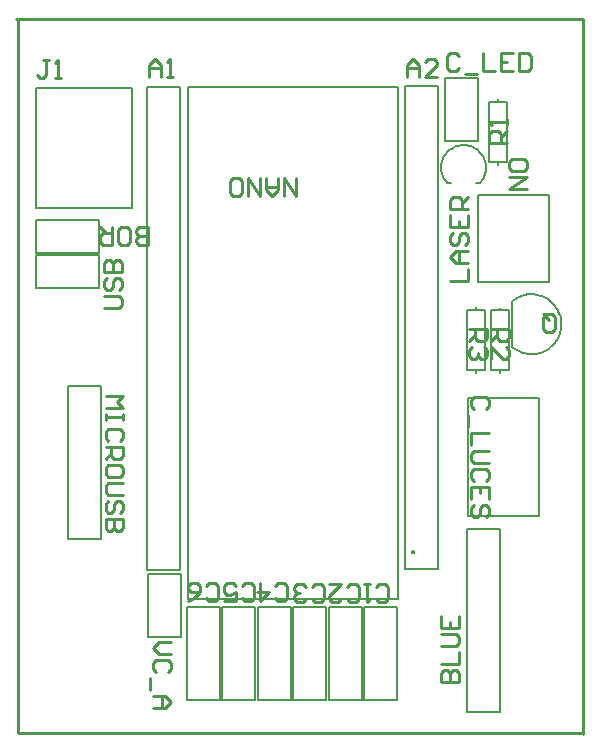
<source format=gto>
%FSTAX23Y23*%
%MOIN*%
%SFA1B1*%

%IPPOS*%
%ADD10C,0.007874*%
%ADD11C,0.005000*%
%ADD12C,0.010000*%
%LNbg_pcb-1*%
%LPD*%
G54D10*
X05714Y01873D02*
D01*
X05714Y01873*
X05714Y01873*
X05714Y01874*
X05714Y01874*
X05714Y01874*
X05714Y01874*
X05714Y01875*
X05713Y01875*
X05713Y01875*
X05713Y01875*
X05713Y01875*
X05713Y01876*
X05712Y01876*
X05712Y01876*
X05712Y01876*
X05712Y01876*
X05712Y01876*
X05711Y01876*
X05711Y01877*
X05711Y01877*
X0571Y01877*
X0571Y01877*
X0571*
X0571Y01877*
X05709Y01877*
X05709Y01877*
X05709Y01876*
X05709Y01876*
X05708Y01876*
X05708Y01876*
X05708Y01876*
X05708Y01876*
X05707Y01876*
X05707Y01875*
X05707Y01875*
X05707Y01875*
X05707Y01875*
X05707Y01875*
X05706Y01874*
X05706Y01874*
X05706Y01874*
X05706Y01874*
X05706Y01873*
X05706Y01873*
X05706Y01873*
X05706Y01872*
X05706Y01872*
X05706Y01872*
X05706Y01872*
X05706Y01871*
X05706Y01871*
X05707Y01871*
X05707Y01871*
X05707Y0187*
X05707Y0187*
X05707Y0187*
X05707Y0187*
X05708Y0187*
X05708Y01869*
X05708Y01869*
X05708Y01869*
X05709Y01869*
X05709Y01869*
X05709Y01869*
X05709Y01869*
X0571Y01869*
X0571Y01869*
X0571*
X0571Y01869*
X05711Y01869*
X05711Y01869*
X05711Y01869*
X05712Y01869*
X05712Y01869*
X05712Y01869*
X05712Y01869*
X05712Y0187*
X05713Y0187*
X05713Y0187*
X05713Y0187*
X05713Y0187*
X05713Y01871*
X05714Y01871*
X05714Y01871*
X05714Y01871*
X05714Y01872*
X05714Y01872*
X05714Y01872*
X05714Y01872*
X05714Y01873*
X05934Y03104D02*
D01*
X05937Y03108*
X0594Y03112*
X05943Y03117*
X05946Y03121*
X05948Y03126*
X0595Y03131*
X05951Y03136*
X05952Y03141*
X05953Y03146*
X05953Y03152*
X05953Y03157*
X05953Y03162*
X05952Y03167*
X05951Y03172*
X0595Y03177*
X05948Y03182*
X05946Y03187*
X05944Y03192*
X05941Y03196*
X05938Y032*
X05934Y03204*
X05931Y03208*
X05927Y03212*
X05923Y03215*
X05919Y03218*
X05914Y03221*
X05909Y03223*
X05904Y03225*
X059Y03226*
X05894Y03228*
X05889Y03229*
X05884Y03229*
X05879Y03229*
X05874Y03229*
X05868Y03229*
X05863Y03228*
X05858Y03227*
X05853Y03225*
X05848Y03223*
X05844Y03221*
X05839Y03218*
X05835Y03215*
X05831Y03212*
X05827Y03209*
X05823Y03205*
X0582Y03201*
X05817Y03197*
X05814Y03192*
X05811Y03188*
X05809Y03183*
X05807Y03178*
X05806Y03173*
X05805Y03168*
X05804Y03163*
X05804Y03157*
X05804Y03152*
X05804Y03147*
X05805Y03142*
X05806Y03137*
X05807Y03132*
X05809Y03127*
X05811Y03122*
X05813Y03117*
X05816Y03113*
X05819Y03109*
X05823Y03105*
X05823Y03104*
X06039Y02557D02*
D01*
X06044Y02553*
X0605Y02549*
X06056Y02545*
X06062Y02542*
X06069Y02539*
X06075Y02537*
X06082Y02535*
X06089Y02534*
X06096Y02533*
X06103Y02533*
X0611Y02533*
X06117Y02533*
X06124Y02534*
X06131Y02536*
X06137Y02538*
X06144Y02541*
X0615Y02543*
X06156Y02547*
X06162Y02551*
X06168Y02555*
X06173Y02559*
X06178Y02564*
X06182Y0257*
X06187Y02575*
X0619Y02581*
X06194Y02587*
X06197Y02594*
X06199Y026*
X06201Y02607*
X06203Y02614*
X06204Y0262*
X06204Y02627*
X06204Y02634*
X06204Y02641*
X06203Y02648*
X06202Y02655*
X062Y02662*
X06198Y02668*
X06195Y02675*
X06192Y02681*
X06188Y02687*
X06184Y02693*
X0618Y02698*
X06175Y02703*
X0617Y02708*
X06165Y02712*
X06159Y02716*
X06153Y0272*
X06147Y02723*
X0614Y02726*
X06134Y02728*
X06127Y0273*
X0612Y02731*
X06113Y02732*
X06106Y02732*
X06099Y02732*
X06092Y02732*
X06085Y02731*
X06078Y02729*
X06072Y02727*
X06065Y02724*
X06059Y02722*
X06053Y02718*
X06047Y02714*
X06041Y0271*
X06039Y02708*
X05928Y02772D02*
Y03063D01*
X06164*
Y02772D02*
Y03063D01*
X05928Y02772D02*
X06164D01*
X05894Y01993D02*
X0613D01*
Y02386*
X05894D02*
X0613D01*
X05894Y01993D02*
Y02386D01*
X05817Y03244D02*
X05927D01*
Y03454*
X05817D02*
X05927D01*
X05817Y03244D02*
Y03454D01*
X04453Y0302D02*
Y03419D01*
X04772Y03019D02*
Y03419D01*
X04453Y03019D02*
X04772D01*
X04453Y03419D02*
X04772D01*
X05823Y03104D02*
X05838D01*
X05919D02*
X05934D01*
X04826Y018D02*
X04936D01*
X04826Y0159D02*
Y018D01*
Y0159D02*
X04936D01*
Y018*
X05995Y03173D02*
X06025D01*
Y03373*
X05965D02*
X06025D01*
X05965Y03173D02*
Y03373D01*
Y03173D02*
X05995D01*
Y03373D02*
Y03382D01*
Y03164D02*
Y03173D01*
X04664Y0287D02*
Y0298D01*
X04454D02*
X04664D01*
X04454Y0287D02*
Y0298D01*
Y0287D02*
X04664D01*
X05685Y01815D02*
X05795D01*
Y03425*
X05685D02*
X05795D01*
X05685Y01815D02*
Y03425D01*
X04454Y02752D02*
Y02862D01*
Y02752D02*
X04664D01*
Y02862*
X04454D02*
X04664D01*
X04825Y01813D02*
X04935D01*
Y03423*
X04825D02*
X04935D01*
X04825Y01813D02*
Y03423D01*
X04559Y01918D02*
Y02428D01*
X04669*
Y01918D02*
Y02428D01*
X04559Y01918D02*
X04669D01*
X05999Y02479D02*
X06029D01*
Y02679*
X05969D02*
X06029D01*
X05969Y02479D02*
Y02679D01*
Y02479D02*
X05999D01*
Y02679D02*
Y02688D01*
Y0247D02*
Y02479D01*
X05185Y01379D02*
Y01689D01*
X05075Y01379D02*
X05185D01*
X05075D02*
Y01689D01*
X05185*
X05421Y01379D02*
Y01689D01*
X05311Y01379D02*
X05421D01*
X05311D02*
Y01689D01*
X05421*
X05657Y01379D02*
Y01689D01*
X05547Y01379D02*
X05657D01*
X05547D02*
Y01689D01*
X05657*
X06039Y02557D02*
Y02708D01*
X05921Y0248D02*
X05951D01*
Y0268*
X05891D02*
X05951D01*
X05891Y0248D02*
Y0268D01*
Y0248D02*
X05921D01*
Y0268D02*
Y02689D01*
Y02471D02*
Y0248D01*
X05067Y01379D02*
Y01689D01*
X04957Y01379D02*
X05067D01*
X04957D02*
Y01689D01*
X05067*
X05303Y01379D02*
Y01689D01*
X05193Y01379D02*
X05303D01*
X05193D02*
Y01689D01*
X05303*
X05539Y01379D02*
Y01689D01*
X05429Y01379D02*
X05539D01*
X05429D02*
Y01689D01*
X05539*
X0589Y0195D02*
X06D01*
X0589Y0134D02*
Y0195D01*
Y0134D02*
X06D01*
Y0195*
G54D11*
X05659Y01717D02*
Y03424D01*
X04959D02*
X05659D01*
X04959Y01717D02*
Y03424D01*
Y01717D02*
X05659D01*
G54D12*
X05321Y03121D02*
Y03061D01*
X05281Y03121*
Y03061*
X05261Y03121D02*
Y03081D01*
X05241Y03061*
X05221Y03081*
Y03121*
Y03091*
X05261*
X05201Y03121D02*
Y03061D01*
X05161Y03121*
Y03061*
X05111D02*
X05131D01*
X05141Y03071*
Y03111*
X05131Y03121*
X05111*
X05101Y03111*
Y03071*
X05111Y03061*
X05834Y02778D02*
X05894D01*
Y02818*
Y02838D02*
X05854D01*
X05834Y02858*
X05854Y02878*
X05894*
X05864*
Y02838*
X05844Y02938D02*
X05834Y02928D01*
Y02908*
X05844Y02898*
X05854*
X05864Y02908*
Y02928*
X05874Y02938*
X05884*
X05894Y02928*
Y02908*
X05884Y02898*
X05834Y02998D02*
Y02958D01*
X05894*
Y02998*
X05864Y02958D02*
Y02978D01*
X05894Y03018D02*
X05834D01*
Y03048*
X05844Y03058*
X05864*
X05874Y03048*
Y03018*
Y03038D02*
X05894Y03058D01*
X05954Y02349D02*
X05964Y02359D01*
Y02379*
X05954Y02389*
X05914*
X05905Y02379*
Y02359*
X05914Y02349*
X05895Y02329D02*
Y02289D01*
X05964Y02269D02*
X05905D01*
Y02229*
X05964Y02209D02*
X05914D01*
X05905Y02199*
Y02179*
X05914Y02169*
X05964*
X05954Y02109D02*
X05964Y02119D01*
Y02139*
X05954Y02149*
X05914*
X05905Y02139*
Y02119*
X05914Y02109*
X05964Y02049D02*
Y02089D01*
X05905*
Y02049*
X05934Y02089D02*
Y02069D01*
X05954Y01989D02*
X05964Y01999D01*
Y02019*
X05954Y02029*
X05944*
X05934Y02019*
Y01999*
X05924Y01989*
X05914*
X05905Y01999*
Y02019*
X05914Y02029*
X04904Y01573D02*
X04864D01*
X04845Y01553*
X04864Y01533*
X04904*
X04894Y01473D02*
X04904Y01483D01*
Y01503*
X04894Y01513*
X04854*
X04845Y01503*
Y01483*
X04854Y01473*
X04835Y01453D02*
Y01413D01*
X04845Y01393D02*
X04884D01*
X04904Y01373*
X04884Y01353*
X04845*
X04874*
Y01393*
X04681Y02688D02*
X04731D01*
X04741Y02697*
Y02717*
X04731Y02727*
X04681*
X04691Y02787D02*
X04681Y02777D01*
Y02757*
X04691Y02747*
X04701*
X04711Y02757*
Y02777*
X04721Y02787*
X04731*
X04741Y02777*
Y02757*
X04731Y02747*
X04681Y02807D02*
X04741D01*
Y02837*
X04731Y02847*
X04721*
X04711Y02837*
Y02807*
Y02837*
X04701Y02847*
X04691*
X04681Y02837*
Y02807*
X05897Y02616D02*
X05956D01*
Y02586*
X05946Y02576*
X05926*
X05916Y02586*
Y02616*
Y02596D02*
X05897Y02576D01*
X05946Y02556D02*
X05956Y02546D01*
Y02526*
X05946Y02516*
X05936*
X05926Y02526*
Y02536*
Y02526*
X05916Y02516*
X05906*
X05897Y02526*
Y02546*
X05906Y02556*
X05971Y02618D02*
X0603D01*
Y02588*
X0602Y02578*
X06*
X0599Y02588*
Y02618*
Y02598D02*
X05971Y02578D01*
Y02518D02*
Y02558D01*
X0601Y02518*
X0602*
X0603Y02528*
Y02548*
X0602Y02558*
X06022Y03237D02*
X05962D01*
Y03266*
X05972Y03276*
X05992*
X06002Y03266*
Y03237*
Y03256D02*
X06022Y03276D01*
Y03296D02*
Y03316D01*
Y03306*
X05962*
X05972Y03296*
X06142Y02656D02*
Y02616D01*
X06152Y02606*
X06172*
X06182Y02616*
Y02656*
X06172Y02666*
X06152*
X06162Y02646D02*
X06142Y02666D01*
X06152D02*
X06142Y02656D01*
X0609Y03154D02*
Y03174D01*
X0608Y03184*
X0604*
X06031Y03174*
Y03154*
X0604Y03144*
X0608*
X0609Y03154*
X06031Y03124D02*
X0609D01*
X06031Y03084*
X0609*
X04686Y02393D02*
X04745D01*
X04725Y02373*
X04745Y02353*
X04686*
X04745Y02333D02*
Y02313D01*
Y02323*
X04686*
Y02333*
Y02313*
X04735Y02243D02*
X04745Y02253D01*
Y02273*
X04735Y02283*
X04695*
X04686Y02273*
Y02253*
X04695Y02243*
X04686Y02223D02*
X04745D01*
Y02193*
X04735Y02183*
X04715*
X04705Y02193*
Y02223*
Y02203D02*
X04686Y02183D01*
X04745Y02133D02*
Y02153D01*
X04735Y02163*
X04695*
X04686Y02153*
Y02133*
X04695Y02123*
X04735*
X04745Y02133*
Y02103D02*
X04695D01*
X04686Y02093*
Y02073*
X04695Y02063*
X04745*
X04735Y02003D02*
X04745Y02013D01*
Y02033*
X04735Y02043*
X04725*
X04715Y02033*
Y02013*
X04705Y02003*
X04695*
X04686Y02013*
Y02033*
X04695Y02043*
X04745Y01983D02*
X04686D01*
Y01953*
X04695Y01943*
X04705*
X04715Y01953*
Y01983*
Y01953*
X04725Y01943*
X04735*
X04745Y01953*
Y01983*
X04498Y03514D02*
X04478D01*
X04488*
Y03464*
X04478Y03454*
X04468*
X04458Y03464*
X04518Y03454D02*
X04538D01*
X04528*
Y03514*
X04518Y03504*
X05863Y03526D02*
X05853Y03536D01*
X05833*
X05824Y03526*
Y03486*
X05833Y03477*
X05853*
X05863Y03486*
X05883Y03467D02*
X05923D01*
X05943Y03536D02*
Y03477D01*
X05983*
X06043Y03536D02*
X06003D01*
Y03477*
X06043*
X06003Y03506D02*
X06023D01*
X06063Y03536D02*
Y03477D01*
X06093*
X06103Y03486*
Y03526*
X06093Y03536*
X06063*
X0502Y0172D02*
X0503Y0171D01*
X0505*
X0506Y0172*
Y0176*
X0505Y0177*
X0503*
X0502Y0176*
X0496Y0171D02*
X0498Y0172D01*
X05Y0174*
Y0176*
X0499Y0177*
X0497*
X0496Y0176*
Y0175*
X0497Y0174*
X05*
X05139Y0172D02*
X05149Y0171D01*
X05169*
X05179Y0172*
Y0176*
X05169Y0177*
X05149*
X05139Y0176*
X05079Y0171D02*
X05119D01*
Y0174*
X05099Y0173*
X05089*
X05079Y0174*
Y0176*
X05089Y0177*
X05109*
X05119Y0176*
X05249Y01719D02*
X05259Y01709D01*
X05279*
X05289Y01719*
Y01759*
X05279Y01769*
X05259*
X05249Y01759*
X05199Y01769D02*
Y01709D01*
X05229Y01739*
X05189*
X05372Y01718D02*
X05382Y01708D01*
X05402*
X05412Y01718*
Y01758*
X05402Y01768*
X05382*
X05372Y01758*
X05352Y01718D02*
X05342Y01708D01*
X05322*
X05312Y01718*
Y01728*
X05322Y01738*
X05332*
X05322*
X05312Y01748*
Y01758*
X05322Y01768*
X05342*
X05352Y01758*
X05489Y01717D02*
X05499Y01707D01*
X05519*
X05529Y01717*
Y01757*
X05519Y01767*
X05499*
X05489Y01757*
X05429Y01767D02*
X05469D01*
X05429Y01727*
Y01717*
X05439Y01707*
X05459*
X05469Y01717*
X05586Y01718D02*
X05596Y01708D01*
X05616*
X05626Y01718*
Y01758*
X05616Y01768*
X05596*
X05586Y01758*
X05566Y01768D02*
X05546D01*
X05556*
Y01708*
X05566Y01718*
X04827Y02897D02*
Y02957D01*
X04797*
X04787Y02947*
Y02937*
X04797Y02927*
X04827*
X04797*
X04787Y02917*
Y02907*
X04797Y02897*
X04827*
X04737D02*
X04757D01*
X04767Y02907*
Y02947*
X04757Y02957*
X04737*
X04727Y02947*
Y02907*
X04737Y02897*
X04707Y02957D02*
Y02897D01*
X04677*
X04667Y02907*
Y02927*
X04677Y02937*
X04707*
X04687D02*
X04667Y02957D01*
X05804Y0144D02*
X05864D01*
Y01469*
X05854Y01479*
X05844*
X05834Y01469*
Y0144*
Y01469*
X05824Y01479*
X05814*
X05804Y01469*
Y0144*
Y01499D02*
X05864D01*
Y01539*
X05804Y01559D02*
X05854D01*
X05864Y01569*
Y01589*
X05854Y01599*
X05804*
Y01659D02*
Y01619D01*
X05864*
Y01659*
X05834Y01619D02*
Y01639D01*
X05691Y03458D02*
Y03498D01*
X05711Y03518*
X05731Y03498*
Y03458*
Y03488*
X05691*
X05791Y03458D02*
X05751D01*
X05791Y03498*
Y03508*
X05781Y03518*
X05761*
X05751Y03508*
X04831Y03456D02*
Y03496D01*
X04851Y03516*
X04871Y03496*
Y03456*
Y03486*
X04831*
X04891Y03456D02*
X04911D01*
X04901*
Y03516*
X04891Y03506*
X04392Y01317D02*
Y0365D01*
X04386D02*
X06277D01*
X04392Y0127D02*
X06275D01*
X04392D02*
Y01317D01*
X06277Y01268D02*
Y0365D01*
M02*
</source>
